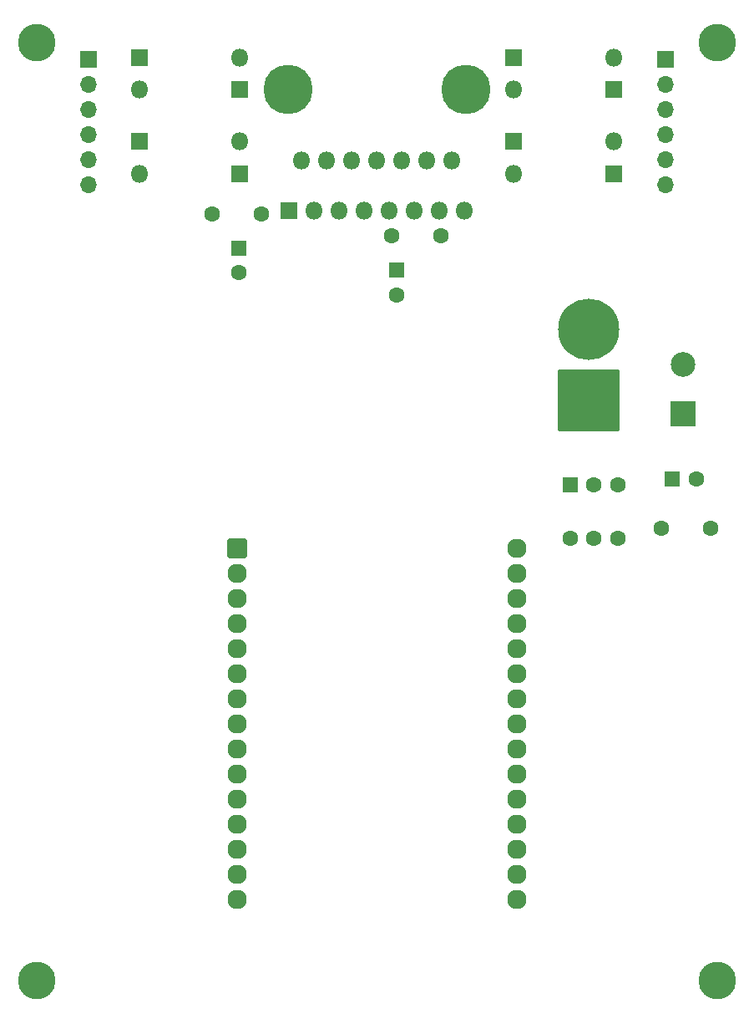
<source format=gbs>
G04 #@! TF.GenerationSoftware,KiCad,Pcbnew,(6.0.1)*
G04 #@! TF.CreationDate,2025-03-11T18:22:55+01:00*
G04 #@! TF.ProjectId,TwoWheelRobotPCB,54776f57-6865-4656-9c52-6f626f745043,rev?*
G04 #@! TF.SameCoordinates,Original*
G04 #@! TF.FileFunction,Soldermask,Bot*
G04 #@! TF.FilePolarity,Negative*
%FSLAX46Y46*%
G04 Gerber Fmt 4.6, Leading zero omitted, Abs format (unit mm)*
G04 Created by KiCad (PCBNEW (6.0.1)) date 2025-03-11 18:22:55*
%MOMM*%
%LPD*%
G01*
G04 APERTURE LIST*
G04 Aperture macros list*
%AMRoundRect*
0 Rectangle with rounded corners*
0 $1 Rounding radius*
0 $2 $3 $4 $5 $6 $7 $8 $9 X,Y pos of 4 corners*
0 Add a 4 corners polygon primitive as box body*
4,1,4,$2,$3,$4,$5,$6,$7,$8,$9,$2,$3,0*
0 Add four circle primitives for the rounded corners*
1,1,$1+$1,$2,$3*
1,1,$1+$1,$4,$5*
1,1,$1+$1,$6,$7*
1,1,$1+$1,$8,$9*
0 Add four rect primitives between the rounded corners*
20,1,$1+$1,$2,$3,$4,$5,0*
20,1,$1+$1,$4,$5,$6,$7,0*
20,1,$1+$1,$6,$7,$8,$9,0*
20,1,$1+$1,$8,$9,$2,$3,0*%
G04 Aperture macros list end*
%ADD10C,3.800000*%
%ADD11C,1.600000*%
%ADD12R,1.700000X1.700000*%
%ADD13O,1.700000X1.700000*%
%ADD14R,1.800000X1.800000*%
%ADD15O,1.800000X1.800000*%
%ADD16R,1.600000X1.600000*%
%ADD17C,6.204000*%
%ADD18RoundRect,0.102000X3.000000X-3.000000X3.000000X3.000000X-3.000000X3.000000X-3.000000X-3.000000X0*%
%ADD19RoundRect,0.102000X-0.876300X-0.876300X0.876300X-0.876300X0.876300X0.876300X-0.876300X0.876300X0*%
%ADD20C,1.956600*%
%ADD21C,5.000000*%
%ADD22R,2.500000X2.500000*%
%ADD23C,2.500000*%
G04 APERTURE END LIST*
D10*
X164500001Y-157500000D03*
D11*
X113300000Y-79800000D03*
X118300000Y-79800000D03*
D12*
X159250000Y-64200000D03*
D13*
X159250000Y-66740000D03*
X159250000Y-69280000D03*
X159250000Y-71820000D03*
X159250000Y-74360000D03*
X159250000Y-76900000D03*
D14*
X143840000Y-64000000D03*
D15*
X154000000Y-64000000D03*
D11*
X131500000Y-82000000D03*
X136500000Y-82000000D03*
X149600000Y-112700000D03*
X152000000Y-112700000D03*
X152000000Y-107300000D03*
X154400000Y-107300000D03*
X154400000Y-112700000D03*
D16*
X149600000Y-107300000D03*
D14*
X154000000Y-75750000D03*
D15*
X143840000Y-75750000D03*
D16*
X132000000Y-85500000D03*
D11*
X132000000Y-88000000D03*
D10*
X95500001Y-157499999D03*
X95500000Y-62500000D03*
D12*
X100750000Y-64200000D03*
D13*
X100750000Y-66740000D03*
X100750000Y-69280000D03*
X100750000Y-71820000D03*
X100750000Y-74360000D03*
X100750000Y-76900000D03*
D17*
X151500000Y-91500000D03*
D18*
X151500000Y-98700000D03*
D16*
X116000000Y-83267621D03*
D11*
X116000000Y-85767621D03*
D14*
X116080000Y-67250000D03*
D15*
X105920000Y-67250000D03*
D11*
X163800000Y-111700000D03*
X158800000Y-111700000D03*
D14*
X116080000Y-75750000D03*
D15*
X105920000Y-75750000D03*
D19*
X115850000Y-113720000D03*
D20*
X115850000Y-116260000D03*
X115850000Y-118800000D03*
X115850000Y-121340000D03*
X115850000Y-123880000D03*
X115850000Y-126420000D03*
X115850000Y-128960000D03*
X115850000Y-131500000D03*
X115850000Y-134040000D03*
X115850000Y-136580000D03*
X115850000Y-139120000D03*
X115850000Y-141660000D03*
X115850000Y-144200000D03*
X115850000Y-146740000D03*
X115850000Y-149280000D03*
X144150000Y-149280000D03*
X144150000Y-146740000D03*
X144150000Y-144200000D03*
X144150000Y-141660000D03*
X144150000Y-139120000D03*
X144150000Y-136580000D03*
X144150000Y-134040000D03*
X144150000Y-131500000D03*
X144150000Y-128960000D03*
X144150000Y-126420000D03*
X144150000Y-123880000D03*
X144150000Y-121340000D03*
X144150000Y-118800000D03*
X144150000Y-116260000D03*
X144150000Y-113720000D03*
D14*
X154000000Y-67250000D03*
D15*
X143840000Y-67250000D03*
D14*
X143840000Y-72500000D03*
D15*
X154000000Y-72500000D03*
D21*
X139000000Y-67250000D03*
X121000000Y-67250000D03*
D14*
X121105000Y-79485000D03*
D15*
X122375000Y-74405000D03*
X123645000Y-79485000D03*
X124915000Y-74405000D03*
X126185000Y-79485000D03*
X127455000Y-74405000D03*
X128725000Y-79485000D03*
X129995000Y-74405000D03*
X131265000Y-79485000D03*
X132535000Y-74405000D03*
X133805000Y-79485000D03*
X135075000Y-74405000D03*
X136345000Y-79485000D03*
X137615000Y-74405000D03*
X138885000Y-79485000D03*
D22*
X161004751Y-100104574D03*
D23*
X161004751Y-95104574D03*
D14*
X105920000Y-72500000D03*
D15*
X116080000Y-72500000D03*
D10*
X164500001Y-62500000D03*
D16*
X159917621Y-106700000D03*
D11*
X162417621Y-106700000D03*
D14*
X105920000Y-64000000D03*
D15*
X116080000Y-64000000D03*
M02*

</source>
